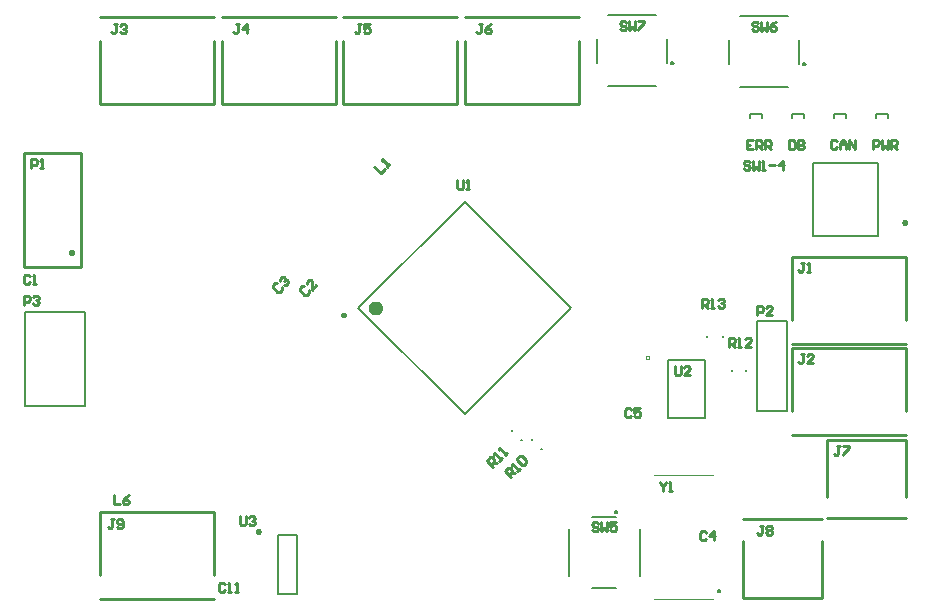
<source format=gto>
%FSTAX23Y23*%
%MOIN*%
%SFA1B1*%

%IPPOS*%
%ADD10C,0.010000*%
%ADD11C,0.008000*%
%ADD12C,0.002000*%
%ADD13C,0.010000*%
%ADD14C,0.024000*%
%ADD15C,0.005000*%
%ADD16C,0.004000*%
%LNtemperature_monitor_&_display-1*%
%LPD*%
G54D10*
X00818Y00255D02*
D01*
X00817Y00255*
X00817Y00255*
X00817Y00256*
X00817Y00256*
X00817Y00256*
X00817Y00257*
X00817Y00257*
X00817Y00257*
X00817Y00257*
X00816Y00258*
X00816Y00258*
X00816Y00258*
X00816Y00258*
X00815Y00259*
X00815Y00259*
X00815Y00259*
X00814Y00259*
X00814Y00259*
X00814Y00259*
X00813Y00259*
X00813Y00259*
X00813Y00259*
X00812*
X00812Y00259*
X00812Y00259*
X00811Y00259*
X00811Y00259*
X00811Y00259*
X0081Y00259*
X0081Y00259*
X0081Y00259*
X00809Y00258*
X00809Y00258*
X00809Y00258*
X00809Y00258*
X00808Y00257*
X00808Y00257*
X00808Y00257*
X00808Y00257*
X00808Y00256*
X00808Y00256*
X00808Y00256*
X00808Y00255*
X00808Y00255*
X00808Y00255*
X00808Y00254*
X00808Y00254*
X00808Y00253*
X00808Y00253*
X00808Y00253*
X00808Y00252*
X00808Y00252*
X00808Y00252*
X00808Y00252*
X00809Y00251*
X00809Y00251*
X00809Y00251*
X00809Y00251*
X0081Y0025*
X0081Y0025*
X0081Y0025*
X00811Y0025*
X00811Y0025*
X00811Y0025*
X00812Y0025*
X00812Y0025*
X00812Y0025*
X00813*
X00813Y0025*
X00813Y0025*
X00814Y0025*
X00814Y0025*
X00814Y0025*
X00815Y0025*
X00815Y0025*
X00815Y0025*
X00816Y00251*
X00816Y00251*
X00816Y00251*
X00816Y00251*
X00817Y00252*
X00817Y00252*
X00817Y00252*
X00817Y00252*
X00817Y00253*
X00817Y00253*
X00817Y00253*
X00817Y00254*
X00817Y00254*
X00818Y00255*
X02972Y01285D02*
D01*
X02971Y01285*
X02971Y01285*
X02971Y01286*
X02971Y01286*
X02971Y01286*
X02971Y01287*
X02971Y01287*
X02971Y01287*
X02971Y01287*
X0297Y01288*
X0297Y01288*
X0297Y01288*
X0297Y01288*
X02969Y01289*
X02969Y01289*
X02969Y01289*
X02968Y01289*
X02968Y01289*
X02968Y01289*
X02967Y01289*
X02967Y01289*
X02967Y01289*
X02966*
X02966Y01289*
X02966Y01289*
X02965Y01289*
X02965Y01289*
X02965Y01289*
X02964Y01289*
X02964Y01289*
X02964Y01289*
X02963Y01288*
X02963Y01288*
X02963Y01288*
X02963Y01288*
X02962Y01287*
X02962Y01287*
X02962Y01287*
X02962Y01287*
X02962Y01286*
X02962Y01286*
X02962Y01286*
X02962Y01285*
X02962Y01285*
X02962Y01285*
X02962Y01284*
X02962Y01284*
X02962Y01283*
X02962Y01283*
X02962Y01283*
X02962Y01282*
X02962Y01282*
X02962Y01282*
X02962Y01282*
X02963Y01281*
X02963Y01281*
X02963Y01281*
X02963Y01281*
X02964Y0128*
X02964Y0128*
X02964Y0128*
X02965Y0128*
X02965Y0128*
X02965Y0128*
X02966Y0128*
X02966Y0128*
X02966Y0128*
X02967*
X02967Y0128*
X02967Y0128*
X02968Y0128*
X02968Y0128*
X02968Y0128*
X02969Y0128*
X02969Y0128*
X02969Y0128*
X0297Y01281*
X0297Y01281*
X0297Y01281*
X0297Y01281*
X02971Y01282*
X02971Y01282*
X02971Y01282*
X02971Y01282*
X02971Y01283*
X02971Y01283*
X02971Y01283*
X02971Y01284*
X02971Y01284*
X02972Y01285*
X01102Y00977D02*
D01*
X01101Y00977*
X01101Y00977*
X01101Y00978*
X01101Y00978*
X01101Y00978*
X01101Y00979*
X01101Y00979*
X01101Y00979*
X01101Y00979*
X011Y0098*
X011Y0098*
X011Y0098*
X011Y0098*
X01099Y00981*
X01099Y00981*
X01099Y00981*
X01098Y00981*
X01098Y00981*
X01098Y00981*
X01097Y00981*
X01097Y00981*
X01097Y00981*
X01096*
X01096Y00981*
X01096Y00981*
X01095Y00981*
X01095Y00981*
X01095Y00981*
X01094Y00981*
X01094Y00981*
X01094Y00981*
X01093Y0098*
X01093Y0098*
X01093Y0098*
X01093Y0098*
X01092Y00979*
X01092Y00979*
X01092Y00979*
X01092Y00979*
X01092Y00978*
X01092Y00978*
X01092Y00978*
X01092Y00977*
X01092Y00977*
X01092Y00977*
X01092Y00976*
X01092Y00976*
X01092Y00975*
X01092Y00975*
X01092Y00975*
X01092Y00974*
X01092Y00974*
X01092Y00974*
X01092Y00974*
X01093Y00973*
X01093Y00973*
X01093Y00973*
X01093Y00973*
X01094Y00972*
X01094Y00972*
X01094Y00972*
X01095Y00972*
X01095Y00972*
X01095Y00972*
X01096Y00972*
X01096Y00972*
X01096Y00972*
X01097*
X01097Y00972*
X01097Y00972*
X01098Y00972*
X01098Y00972*
X01098Y00972*
X01099Y00972*
X01099Y00972*
X01099Y00972*
X011Y00973*
X011Y00973*
X011Y00973*
X011Y00973*
X01101Y00974*
X01101Y00974*
X01101Y00974*
X01101Y00974*
X01101Y00975*
X01101Y00975*
X01101Y00975*
X01101Y00976*
X01101Y00976*
X01102Y00977*
G54D11*
X02197Y01816D02*
D01*
X02196Y01816*
X02196Y01816*
X02196Y01816*
X02196Y01817*
X02196Y01817*
X02196Y01817*
X02196Y01817*
X02196Y01818*
X02196Y01818*
X02196Y01818*
X02195Y01818*
X02195Y01818*
X02195Y01819*
X02195Y01819*
X02195Y01819*
X02194Y01819*
X02194Y01819*
X02194Y01819*
X02193Y01819*
X02193Y01819*
X02193Y01819*
X02193Y01819*
X02192*
X02192Y01819*
X02192Y01819*
X02192Y01819*
X02191Y01819*
X02191Y01819*
X02191Y01819*
X02191Y01819*
X0219Y01819*
X0219Y01819*
X0219Y01818*
X0219Y01818*
X02189Y01818*
X02189Y01818*
X02189Y01818*
X02189Y01817*
X02189Y01817*
X02189Y01817*
X02189Y01817*
X02189Y01816*
X02189Y01816*
X02189Y01816*
X02189Y01816*
X02189Y01815*
X02189Y01815*
X02189Y01815*
X02189Y01814*
X02189Y01814*
X02189Y01814*
X02189Y01814*
X02189Y01813*
X02189Y01813*
X02189Y01813*
X0219Y01813*
X0219Y01813*
X0219Y01812*
X0219Y01812*
X02191Y01812*
X02191Y01812*
X02191Y01812*
X02191Y01812*
X02192Y01812*
X02192Y01812*
X02192Y01812*
X02192Y01812*
X02193*
X02193Y01812*
X02193Y01812*
X02193Y01812*
X02194Y01812*
X02194Y01812*
X02194Y01812*
X02195Y01812*
X02195Y01812*
X02195Y01812*
X02195Y01813*
X02195Y01813*
X02196Y01813*
X02196Y01813*
X02196Y01813*
X02196Y01814*
X02196Y01814*
X02196Y01814*
X02196Y01814*
X02196Y01815*
X02196Y01815*
X02196Y01815*
X02197Y01816*
X02637Y01814D02*
D01*
X02636Y01814*
X02636Y01814*
X02636Y01814*
X02636Y01815*
X02636Y01815*
X02636Y01815*
X02636Y01815*
X02636Y01816*
X02636Y01816*
X02636Y01816*
X02635Y01816*
X02635Y01816*
X02635Y01817*
X02635Y01817*
X02635Y01817*
X02634Y01817*
X02634Y01817*
X02634Y01817*
X02633Y01817*
X02633Y01817*
X02633Y01817*
X02633Y01817*
X02632*
X02632Y01817*
X02632Y01817*
X02632Y01817*
X02631Y01817*
X02631Y01817*
X02631Y01817*
X02631Y01817*
X0263Y01817*
X0263Y01817*
X0263Y01816*
X0263Y01816*
X02629Y01816*
X02629Y01816*
X02629Y01816*
X02629Y01815*
X02629Y01815*
X02629Y01815*
X02629Y01815*
X02629Y01814*
X02629Y01814*
X02629Y01814*
X02629Y01814*
X02629Y01813*
X02629Y01813*
X02629Y01813*
X02629Y01812*
X02629Y01812*
X02629Y01812*
X02629Y01812*
X02629Y01811*
X02629Y01811*
X02629Y01811*
X0263Y01811*
X0263Y01811*
X0263Y0181*
X0263Y0181*
X02631Y0181*
X02631Y0181*
X02631Y0181*
X02631Y0181*
X02632Y0181*
X02632Y0181*
X02632Y0181*
X02632Y0181*
X02633*
X02633Y0181*
X02633Y0181*
X02633Y0181*
X02634Y0181*
X02634Y0181*
X02634Y0181*
X02635Y0181*
X02635Y0181*
X02635Y0181*
X02635Y01811*
X02635Y01811*
X02636Y01811*
X02636Y01811*
X02636Y01811*
X02636Y01812*
X02636Y01812*
X02636Y01812*
X02636Y01812*
X02636Y01813*
X02636Y01813*
X02636Y01813*
X02637Y01814*
X02009Y0032D02*
D01*
X02008Y0032*
X02008Y0032*
X02008Y0032*
X02008Y00321*
X02008Y00321*
X02008Y00321*
X02008Y00321*
X02008Y00322*
X02008Y00322*
X02008Y00322*
X02007Y00322*
X02007Y00322*
X02007Y00323*
X02007Y00323*
X02007Y00323*
X02006Y00323*
X02006Y00323*
X02006Y00323*
X02005Y00323*
X02005Y00323*
X02005Y00323*
X02005Y00323*
X02004*
X02004Y00323*
X02004Y00323*
X02004Y00323*
X02003Y00323*
X02003Y00323*
X02003Y00323*
X02003Y00323*
X02002Y00323*
X02002Y00323*
X02002Y00322*
X02002Y00322*
X02001Y00322*
X02001Y00322*
X02001Y00322*
X02001Y00321*
X02001Y00321*
X02001Y00321*
X02001Y00321*
X02001Y0032*
X02001Y0032*
X02001Y0032*
X02001Y0032*
X02001Y00319*
X02001Y00319*
X02001Y00319*
X02001Y00318*
X02001Y00318*
X02001Y00318*
X02001Y00318*
X02001Y00317*
X02001Y00317*
X02001Y00317*
X02002Y00317*
X02002Y00317*
X02002Y00316*
X02002Y00316*
X02003Y00316*
X02003Y00316*
X02003Y00316*
X02003Y00316*
X02004Y00316*
X02004Y00316*
X02004Y00316*
X02004Y00316*
X02005*
X02005Y00316*
X02005Y00316*
X02005Y00316*
X02006Y00316*
X02006Y00316*
X02006Y00316*
X02007Y00316*
X02007Y00316*
X02007Y00316*
X02007Y00317*
X02007Y00317*
X02008Y00317*
X02008Y00317*
X02008Y00317*
X02008Y00318*
X02008Y00318*
X02008Y00318*
X02008Y00318*
X02008Y00319*
X02008Y00319*
X02008Y00319*
X02009Y0032*
X02352Y00058D02*
D01*
X02351Y00058*
X02351Y00058*
X02351Y00058*
X02351Y00059*
X02351Y00059*
X02351Y00059*
X02351Y00059*
X02351Y0006*
X02351Y0006*
X02351Y0006*
X0235Y0006*
X0235Y0006*
X0235Y00061*
X0235Y00061*
X0235Y00061*
X02349Y00061*
X02349Y00061*
X02349Y00061*
X02348Y00061*
X02348Y00061*
X02348Y00061*
X02348Y00061*
X02347*
X02347Y00061*
X02347Y00061*
X02347Y00061*
X02346Y00061*
X02346Y00061*
X02346Y00061*
X02346Y00061*
X02345Y00061*
X02345Y00061*
X02345Y0006*
X02345Y0006*
X02344Y0006*
X02344Y0006*
X02344Y0006*
X02344Y00059*
X02344Y00059*
X02344Y00059*
X02344Y00059*
X02344Y00058*
X02344Y00058*
X02344Y00058*
X02344Y00058*
X02344Y00057*
X02344Y00057*
X02344Y00057*
X02344Y00056*
X02344Y00056*
X02344Y00056*
X02344Y00056*
X02344Y00055*
X02344Y00055*
X02344Y00055*
X02345Y00055*
X02345Y00055*
X02345Y00054*
X02345Y00054*
X02346Y00054*
X02346Y00054*
X02346Y00054*
X02346Y00054*
X02347Y00054*
X02347Y00054*
X02347Y00054*
X02347Y00054*
X02348*
X02348Y00054*
X02348Y00054*
X02348Y00054*
X02349Y00054*
X02349Y00054*
X02349Y00054*
X0235Y00054*
X0235Y00054*
X0235Y00054*
X0235Y00055*
X0235Y00055*
X02351Y00055*
X02351Y00055*
X02351Y00055*
X02351Y00056*
X02351Y00056*
X02351Y00056*
X02351Y00056*
X02351Y00057*
X02351Y00057*
X02351Y00057*
X02352Y00058*
X00878Y00047D02*
X00941D01*
X00878Y00243D02*
X00941D01*
Y00047D02*
Y00243D01*
X00878Y00047D02*
Y00243D01*
X00035Y00673D02*
X00235D01*
X00035D02*
Y00987D01*
X00235*
Y00673D02*
Y00987D01*
X02309Y00903D02*
Y00907D01*
X02361Y00903D02*
Y00907D01*
X01754Y00528D02*
X01757Y00531D01*
X01723Y00559D02*
X01726Y00562D01*
X01689Y00558D02*
X01692Y00561D01*
X01658Y00589D02*
X01661Y00592D01*
X02439Y00788D02*
Y00792D01*
X02391Y00788D02*
Y00792D01*
X02475Y00655D02*
X02575D01*
X02475D02*
Y00955D01*
X02575*
Y00655D02*
Y00955D01*
X02178Y00826D02*
X02302D01*
Y00634D02*
Y00826D01*
X02178Y00634D02*
X02302D01*
X02178D02*
Y00826D01*
X02661Y01482D02*
X02879D01*
X02661Y01238D02*
Y01482D01*
Y01238D02*
X02879D01*
Y01482*
X0291Y01634D02*
Y01646D01*
X0287Y01634D02*
Y01646D01*
X0291*
X0277Y01634D02*
Y01646D01*
X0273Y01634D02*
Y01646D01*
X0277*
X0263Y01633D02*
Y01645D01*
X0259Y01633D02*
Y01645D01*
X0263*
X0249Y01633D02*
Y01645D01*
X0245Y01633D02*
Y01645D01*
X0249*
X015Y00646D02*
X01854Y01D01*
X01146D02*
X015Y01354D01*
X01854Y01*
X01146D02*
X015Y00646D01*
G54D12*
X02116Y00835D02*
D01*
X02115Y00835*
X02115Y00835*
X02115Y00836*
X02115Y00836*
X02115Y00837*
X02115Y00837*
X02115Y00837*
X02115Y00838*
X02114Y00838*
X02114Y00838*
X02114Y00839*
X02114Y00839*
X02113Y00839*
X02113Y00839*
X02113Y0084*
X02112Y0084*
X02112Y0084*
X02111Y0084*
X02111Y0084*
X02111Y0084*
X0211Y0084*
X0211Y0084*
X02109*
X02109Y0084*
X02108Y0084*
X02108Y0084*
X02108Y0084*
X02107Y0084*
X02107Y0084*
X02107Y0084*
X02106Y00839*
X02106Y00839*
X02105Y00839*
X02105Y00839*
X02105Y00838*
X02105Y00838*
X02104Y00838*
X02104Y00837*
X02104Y00837*
X02104Y00837*
X02104Y00836*
X02104Y00836*
X02104Y00835*
X02104Y00835*
X02104Y00835*
X02104Y00834*
X02104Y00834*
X02104Y00833*
X02104Y00833*
X02104Y00832*
X02104Y00832*
X02104Y00832*
X02104Y00831*
X02105Y00831*
X02105Y00831*
X02105Y0083*
X02105Y0083*
X02106Y0083*
X02106Y0083*
X02107Y00829*
X02107Y00829*
X02107Y00829*
X02108Y00829*
X02108Y00829*
X02108Y00829*
X02109Y00829*
X02109Y00829*
X0211*
X0211Y00829*
X02111Y00829*
X02111Y00829*
X02111Y00829*
X02112Y00829*
X02112Y00829*
X02113Y00829*
X02113Y0083*
X02113Y0083*
X02114Y0083*
X02114Y0083*
X02114Y00831*
X02114Y00831*
X02115Y00831*
X02115Y00832*
X02115Y00832*
X02115Y00832*
X02115Y00833*
X02115Y00833*
X02115Y00834*
X02115Y00834*
X02116Y00835*
G54D13*
X00195Y01185D02*
D01*
X00194Y01185*
X00194Y01185*
X00194Y01186*
X00194Y01186*
X00194Y01186*
X00194Y01187*
X00194Y01187*
X00194Y01187*
X00194Y01187*
X00193Y01188*
X00193Y01188*
X00193Y01188*
X00193Y01188*
X00192Y01189*
X00192Y01189*
X00192Y01189*
X00191Y01189*
X00191Y01189*
X00191Y01189*
X0019Y01189*
X0019Y01189*
X0019Y01189*
X00189*
X00189Y01189*
X00189Y01189*
X00188Y01189*
X00188Y01189*
X00188Y01189*
X00187Y01189*
X00187Y01189*
X00187Y01189*
X00186Y01188*
X00186Y01188*
X00186Y01188*
X00186Y01188*
X00185Y01187*
X00185Y01187*
X00185Y01187*
X00185Y01187*
X00185Y01186*
X00185Y01186*
X00185Y01186*
X00185Y01185*
X00185Y01185*
X00185Y01185*
X00185Y01184*
X00185Y01184*
X00185Y01183*
X00185Y01183*
X00185Y01183*
X00185Y01182*
X00185Y01182*
X00185Y01182*
X00185Y01182*
X00186Y01181*
X00186Y01181*
X00186Y01181*
X00186Y01181*
X00187Y0118*
X00187Y0118*
X00187Y0118*
X00188Y0118*
X00188Y0118*
X00188Y0118*
X00189Y0118*
X00189Y0118*
X00189Y0118*
X0019*
X0019Y0118*
X0019Y0118*
X00191Y0118*
X00191Y0118*
X00191Y0118*
X00192Y0118*
X00192Y0118*
X00192Y0118*
X00193Y01181*
X00193Y01181*
X00193Y01181*
X00193Y01181*
X00194Y01182*
X00194Y01182*
X00194Y01182*
X00194Y01182*
X00194Y01183*
X00194Y01183*
X00194Y01183*
X00194Y01184*
X00194Y01184*
X00195Y01185*
X02691Y00032D02*
Y00223D01*
X02429Y00295D02*
X02691D01*
X02429Y00032D02*
Y00223D01*
Y00032D02*
X02691D01*
X02709Y0037D02*
Y00561D01*
Y00298D02*
X02971D01*
Y0037D02*
Y00561D01*
X02709D02*
X02971D01*
X00285Y0003D02*
X00665D01*
X00285Y00109D02*
Y0032D01*
X00665*
Y00109D02*
Y0032D01*
X015Y0197D02*
X0188D01*
Y0168D02*
Y01891D01*
X015Y0168D02*
X0188D01*
X015D02*
Y01891D01*
X01095Y0197D02*
X01475D01*
Y0168D02*
Y01891D01*
X01095Y0168D02*
X01475D01*
X01095D02*
Y01891D01*
X02591Y00881D02*
X02971D01*
X02591Y0096D02*
Y01171D01*
X02971*
Y0096D02*
Y01171D01*
X02591Y00576D02*
X02971D01*
X02591Y00655D02*
Y00866D01*
X02971*
Y00655D02*
Y00866D01*
X0022Y01135D02*
Y01515D01*
X00031Y01135D02*
Y01515D01*
X0022*
X00031Y01135D02*
X0022D01*
X0069Y0197D02*
X0107D01*
Y0168D02*
Y01891D01*
X0069Y0168D02*
X0107D01*
X0069D02*
Y01891D01*
X00284Y01679D02*
Y0189D01*
Y01679D02*
X00664D01*
Y0189*
X00284Y01969D02*
X00664D01*
X0215Y0042D02*
Y00415D01*
X0216Y00405*
X0217Y00415*
Y0042*
X0216Y00405D02*
Y0039D01*
X0218D02*
X0219D01*
X02185*
Y0042*
X0218Y00415*
X0075Y00305D02*
Y0028D01*
X00755Y00275*
X00765*
X0077Y0028*
Y00305*
X0078Y003D02*
X00785Y00305D01*
X00795*
X008Y003*
Y00295*
X00795Y0029*
X0079*
X00795*
X008Y00285*
Y0028*
X00795Y00275*
X00785*
X0078Y0028*
X022Y00805D02*
Y0078D01*
X02205Y00775*
X02215*
X0222Y0078*
Y00805*
X0225Y00775D02*
X0223D01*
X0225Y00795*
Y008*
X02245Y00805*
X02235*
X0223Y008*
X01475Y01425D02*
Y014D01*
X0148Y01395*
X0149*
X01495Y014*
Y01425*
X01505Y01395D02*
X01515D01*
X0151*
Y01425*
X01505Y0142*
X02038Y01951D02*
X02033Y01956D01*
X02023*
X02018Y01951*
Y01946*
X02023Y01941*
X02033*
X02038Y01936*
Y01931*
X02033Y01926*
X02023*
X02018Y01931*
X02048Y01956D02*
Y01926D01*
X02058Y01936*
X02068Y01926*
Y01956*
X02078D02*
X02098D01*
Y01951*
X02078Y01931*
Y01926*
X02478Y01949D02*
X02473Y01954D01*
X02463*
X02458Y01949*
Y01944*
X02463Y01939*
X02473*
X02478Y01934*
Y01929*
X02473Y01924*
X02463*
X02458Y01929*
X02488Y01954D02*
Y01924D01*
X02498Y01934*
X02508Y01924*
Y01954*
X02538D02*
X02528Y01949D01*
X02518Y01939*
Y01929*
X02523Y01924*
X02533*
X02538Y01929*
Y01934*
X02533Y01939*
X02518*
X01945Y0028D02*
X0194Y00285D01*
X0193*
X01925Y0028*
Y00275*
X0193Y0027*
X0194*
X01945Y00265*
Y0026*
X0194Y00255*
X0193*
X01925Y0026*
X01955Y00285D02*
Y00255D01*
X01965Y00265*
X01975Y00255*
Y00285*
X02005D02*
X01985D01*
Y0027*
X01995Y00275*
X02*
X02005Y0027*
Y0026*
X02Y00255*
X0199*
X01985Y0026*
X0245Y01485D02*
X02445Y0149D01*
X02435*
X0243Y01485*
Y0148*
X02435Y01475*
X02445*
X0245Y0147*
Y01465*
X02445Y0146*
X02435*
X0243Y01465*
X0246Y0149D02*
Y0146D01*
X0247Y0147*
X0248Y0146*
Y0149*
X0249Y0146D02*
X025D01*
X02495*
Y0149*
X0249Y01485*
X02515Y01475D02*
X02535D01*
X0256Y0146D02*
Y0149D01*
X02545Y01475*
X02565*
X0229Y01D02*
Y0103D01*
X02305*
X0231Y01025*
Y01015*
X02305Y0101*
X0229*
X023D02*
X0231Y01D01*
X0232D02*
X0233D01*
X02325*
Y0103*
X0232Y01025*
X02345D02*
X0235Y0103D01*
X0236*
X02365Y01025*
Y0102*
X0236Y01015*
X02355*
X0236*
X02365Y0101*
Y01005*
X0236Y01*
X0235*
X02345Y01005*
X0238Y0087D02*
Y009D01*
X02395*
X024Y00895*
Y00885*
X02395Y0088*
X0238*
X0239D02*
X024Y0087D01*
X0241D02*
X0242D01*
X02415*
Y009*
X0241Y00895*
X02455Y0087D02*
X02435D01*
X02455Y0089*
Y00895*
X0245Y009*
X0244*
X02435Y00895*
X01595Y0047D02*
X01574Y00491D01*
X01584Y00502*
X01591*
X01599Y00495*
Y00488*
X01588Y00477*
X01595Y00484D02*
X01609D01*
X01616Y00491D02*
X01623Y00498D01*
X0162Y00495*
X01599Y00516*
Y00509*
X01634D02*
X01641Y00516D01*
X01637Y00512*
X01616Y00534*
Y00527*
X01655Y00435D02*
X01634Y00456D01*
X01644Y00467*
X01651*
X01659Y0046*
Y00453*
X01648Y00442*
X01655Y00449D02*
X01669D01*
X01676Y00456D02*
X01683Y00463D01*
X0168Y0046*
X01659Y00481*
Y00474*
X01676Y00492D02*
Y00499D01*
X01683Y00506*
X0169*
X01704Y00492*
Y00484*
X01697Y00477*
X0169*
X01676Y00492*
X0003Y0101D02*
Y0104D01*
X00045*
X0005Y01035*
Y01025*
X00045Y0102*
X0003*
X0006Y01035D02*
X00065Y0104D01*
X00075*
X0008Y01035*
Y0103*
X00075Y01025*
X0007*
X00075*
X0008Y0102*
Y01015*
X00075Y0101*
X00065*
X0006Y01015*
X02475Y00975D02*
Y01005D01*
X0249*
X02495Y01*
Y0099*
X0249Y00985*
X02475*
X02525Y00975D02*
X02505D01*
X02525Y00995*
Y01*
X0252Y01005*
X0251*
X02505Y01*
X00055Y01465D02*
Y01495D01*
X0007*
X00075Y0149*
Y0148*
X0007Y01475*
X00055*
X00085Y01465D02*
X00095D01*
X0009*
Y01495*
X00085Y0149*
X0286Y0153D02*
Y0156D01*
X02875*
X0288Y01555*
Y01545*
X02875Y0154*
X0286*
X0289Y0156D02*
Y0153D01*
X029Y0154*
X0291Y0153*
Y0156*
X0292Y0153D02*
Y0156D01*
X02935*
X0294Y01555*
Y01545*
X02935Y0154*
X0292*
X0293D02*
X0294Y0153D01*
X0274Y01555D02*
X02735Y0156D01*
X02725*
X0272Y01555*
Y01535*
X02725Y0153*
X02735*
X0274Y01535*
X0275Y0153D02*
Y0155D01*
X0276Y0156*
X0277Y0155*
Y0153*
Y01545*
X0275*
X0278Y0153D02*
Y0156D01*
X028Y0153*
Y0156*
X0258Y01559D02*
Y01529D01*
X02595*
X026Y01534*
Y01554*
X02595Y01559*
X0258*
X0261D02*
Y01529D01*
X02625*
X0263Y01534*
Y01539*
X02625Y01544*
X0261*
X02625*
X0263Y01549*
Y01554*
X02625Y01559*
X0261*
X0246D02*
X0244D01*
Y01529*
X0246*
X0244Y01544D02*
X0245D01*
X0247Y01529D02*
Y01559D01*
X02485*
X0249Y01554*
Y01544*
X02485Y01539*
X0247*
X0248D02*
X0249Y01529D01*
X025D02*
Y01559D01*
X02515*
X0252Y01554*
Y01544*
X02515Y01539*
X025*
X0251D02*
X0252Y01529D01*
X0033Y00375D02*
Y00345D01*
X0035*
X0038Y00375D02*
X0037Y0037D01*
X0036Y0036*
Y0035*
X00365Y00345*
X00375*
X0038Y0035*
Y00355*
X00375Y0036*
X0036*
X01199Y01471D02*
X0122Y0145D01*
X01234Y01464*
X01241Y01471D02*
X01248Y01478D01*
X01245Y01475*
X01224Y01496*
Y01489*
X0033Y00295D02*
X0032D01*
X00325*
Y0027*
X0032Y00265*
X00315*
X0031Y0027*
X0034D02*
X00345Y00265D01*
X00355*
X0036Y0027*
Y0029*
X00355Y00295*
X00345*
X0034Y0029*
Y00285*
X00345Y0028*
X0036*
X02495Y00273D02*
X02485D01*
X0249*
Y00248*
X02485Y00243*
X0248*
X02475Y00248*
X02505Y00268D02*
X0251Y00273D01*
X0252*
X02525Y00268*
Y00263*
X0252Y00258*
X02525Y00253*
Y00248*
X0252Y00243*
X0251*
X02505Y00248*
Y00253*
X0251Y00258*
X02505Y00263*
Y00268*
X0251Y00258D02*
X0252D01*
X0275Y00538D02*
X0274D01*
X02745*
Y00513*
X0274Y00508*
X02735*
X0273Y00513*
X0276Y00538D02*
X0278D01*
Y00533*
X0276Y00513*
Y00508*
X01558Y01946D02*
X01548D01*
X01553*
Y01921*
X01548Y01916*
X01543*
X01538Y01921*
X01588Y01946D02*
X01578Y01941D01*
X01568Y01931*
Y01921*
X01573Y01916*
X01583*
X01588Y01921*
Y01926*
X01583Y01931*
X01568*
X01153Y01946D02*
X01143D01*
X01148*
Y01921*
X01143Y01916*
X01138*
X01133Y01921*
X01183Y01946D02*
X01163D01*
Y01931*
X01173Y01936*
X01178*
X01183Y01931*
Y01921*
X01178Y01916*
X01168*
X01163Y01921*
X00748Y01946D02*
X00738D01*
X00743*
Y01921*
X00738Y01916*
X00733*
X00728Y01921*
X00773Y01916D02*
Y01946D01*
X00758Y01931*
X00778*
X00342Y01945D02*
X00332D01*
X00337*
Y0192*
X00332Y01915*
X00327*
X00322Y0192*
X00352Y0194D02*
X00357Y01945D01*
X00367*
X00372Y0194*
Y01935*
X00367Y0193*
X00362*
X00367*
X00372Y01925*
Y0192*
X00367Y01915*
X00357*
X00352Y0192*
X02632Y00845D02*
X02622D01*
X02627*
Y0082*
X02622Y00815*
X02617*
X02612Y0082*
X02662Y00815D02*
X02642D01*
X02662Y00835*
Y0084*
X02657Y00845*
X02647*
X02642Y0084*
X02632Y0115D02*
X02622D01*
X02627*
Y01125*
X02622Y0112*
X02617*
X02612Y01125*
X02642Y0112D02*
X02652D01*
X02647*
Y0115*
X02642Y01145*
X007Y00078D02*
X00695Y00083D01*
X00685*
X0068Y00078*
Y00058*
X00685Y00053*
X00695*
X007Y00058*
X0071Y00053D02*
X0072D01*
X00715*
Y00083*
X0071Y00078*
X00735Y00053D02*
X00745D01*
X0074*
Y00083*
X00735Y00078*
X02055Y0066D02*
X0205Y00665D01*
X0204*
X02035Y0066*
Y0064*
X0204Y00635*
X0205*
X02055Y0064*
X02085Y00665D02*
X02065D01*
Y0065*
X02075Y00655*
X0208*
X02085Y0065*
Y0064*
X0208Y00635*
X0207*
X02065Y0064*
X02305Y0025D02*
X023Y00255D01*
X0229*
X02285Y0025*
Y0023*
X0229Y00225*
X023*
X02305Y0023*
X0233Y00225D02*
Y00255D01*
X02315Y0024*
X02335*
X00876Y01082D02*
X00869D01*
X00862Y01075*
Y01068*
X00876Y01054*
X00884*
X00891Y01061*
Y01068*
X00884Y01089D02*
Y01096D01*
X00891Y01103*
X00898*
X00901Y01099*
Y01092*
X00898Y01089*
X00901Y01092*
X00908*
X00912Y01089*
Y01082*
X00905Y01075*
X00898*
X00966Y01072D02*
X00959D01*
X00952Y01065*
Y01058*
X00966Y01044*
X00974*
X00981Y01051*
Y01058*
X01005Y01075D02*
X00991Y01061D01*
Y01089*
X00988Y01093*
X00981*
X00974Y01086*
Y01079*
X0005Y01105D02*
X00045Y0111D01*
X00035*
X0003Y01105*
Y01085*
X00035Y0108*
X00045*
X0005Y01085*
X0006Y0108D02*
X0007D01*
X00065*
Y0111*
X0006Y01105*
G54D14*
X01214Y01D02*
D01*
X01213Y01*
X01213Y01001*
X01213Y01002*
X01213Y01003*
X01213Y01004*
X01212Y01004*
X01212Y01005*
X01212Y01006*
X01211Y01007*
X01211Y01007*
X0121Y01008*
X0121Y01008*
X01209Y01009*
X01208Y01009*
X01208Y0101*
X01207Y0101*
X01206Y01011*
X01205Y01011*
X01204Y01011*
X01204Y01011*
X01203Y01011*
X01202Y01011*
X01201*
X012Y01011*
X01199Y01011*
X01199Y01011*
X01198Y01011*
X01197Y01011*
X01196Y0101*
X01196Y0101*
X01195Y01009*
X01194Y01009*
X01193Y01008*
X01193Y01008*
X01192Y01007*
X01192Y01007*
X01191Y01006*
X01191Y01005*
X01191Y01004*
X0119Y01004*
X0119Y01003*
X0119Y01002*
X0119Y01001*
X0119Y01*
X0119Y01*
X0119Y00999*
X0119Y00998*
X0119Y00997*
X0119Y00996*
X0119Y00995*
X01191Y00995*
X01191Y00994*
X01191Y00993*
X01192Y00992*
X01192Y00992*
X01193Y00991*
X01193Y00991*
X01194Y0099*
X01195Y0099*
X01196Y00989*
X01196Y00989*
X01197Y00988*
X01198Y00988*
X01199Y00988*
X01199Y00988*
X012Y00988*
X01201Y00988*
X01202*
X01203Y00988*
X01204Y00988*
X01204Y00988*
X01205Y00988*
X01206Y00988*
X01207Y00989*
X01208Y00989*
X01208Y0099*
X01209Y0099*
X0121Y00991*
X0121Y00991*
X01211Y00992*
X01211Y00992*
X01212Y00993*
X01212Y00994*
X01212Y00995*
X01213Y00995*
X01213Y00996*
X01213Y00997*
X01213Y00998*
X01213Y00999*
X01214Y01*
G54D15*
X02176Y01817D02*
Y01896D01*
X01979Y01975D02*
X02137D01*
X0194Y01817D02*
Y01896D01*
X01979Y01738D02*
X02137D01*
X02616Y01814D02*
Y01893D01*
X02419Y01972D02*
X02577D01*
X0238Y01814D02*
Y01893D01*
X02419Y01735D02*
X02577D01*
X01926Y00303D02*
X02004D01*
X01847Y00106D02*
Y00264D01*
X01926Y00067D02*
X02004D01*
X02083Y00106D02*
Y00264D01*
G54D16*
X02132Y00028D02*
X02328D01*
X02132Y00442D02*
X02328D01*
M02*
</source>
